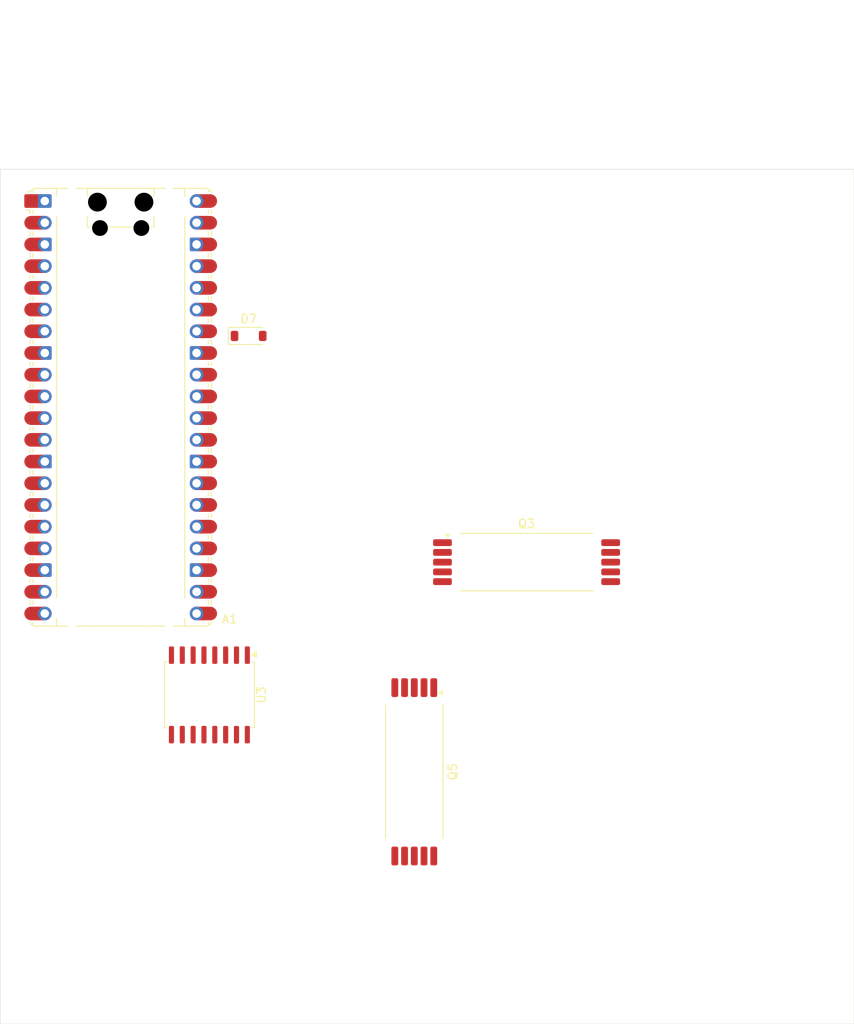
<source format=kicad_pcb>
(kicad_pcb (version 20241229) (generator "pcbnew") (generator_version "9.0")
  (layers (0 "F.Cu" signal) (2 "B.Cu" signal) (13 "F.Paste" user) (15 "B.Paste" user) (5 "F.SilkS" user "F.Silkscreen") (7 "B.SilkS" user "B.Silkscreen") (1 "F.Mask" user) (3 "B.Mask" user) (25 "Edge.Cuts" user))
  (net 0 "")
  (net 1 "+24V")
  (net 2 "GND")
  (net 13 "Net-(A1-RUN)")
  (net 28 "Net-(A1-VSYS)")
  (net 35 "Net-(D3-K)")
  (net 36 "Net-(D3-A)")
  (net 37 "Net-(D5-K)")
  (net 38 "Net-(D5-A)")
  (net 39 "+3V3")
  (net 40 "Net-(U3-DT)")
  (net 42 "+5V")
  (net 43 "GNDPWR")
  (net 44 "GPXX")
  (net 47 "Net-(Q3-D-Pad10)")
  (net 48 "Vdrive")
  (net 49 "Net-(Q5-DS)")
  (net 50 "Net-(D8-K)")
  (footprint "Diode_SMD:D_SOD-123" (layer "F.Cu") (at 169.095 71.505)
    (property "Reference" "D7" (at 0 -2 0) (layer "F.SilkS"))
    (property "Value" "1N4148W")
    (fp_line (start -2.36 -1) (end -2.36 1) (stroke (width 0.12)) (layer "F.SilkS"))
    (fp_line (start -2.36 -1) (end 1.65 -1) (stroke (width 0.12)) (layer "F.SilkS"))
    (fp_line (start -2.36 1) (end 1.65 1) (stroke (width 0.12)) (layer "F.SilkS"))
    (pad "1" smd roundrect (at -1.65 0) (size 0.9 1.2) (layers "F.Cu" "F.Mask" "F.Paste") (net 28 "Net-(A1-VSYS)"))
    (pad "2" smd roundrect (at 1.65 0) (size 0.9 1.2) (layers "F.Cu" "F.Mask" "F.Paste") (net 39 "+3V3"))
  )
  (footprint "Package_TO_SOT_SMD:Infineon_PG-HDSOP-10-1" (layer "F.Cu") (at 201.65 97.97)
    (property "Reference" "Q3" (at 0 -4.5 0) (layer "F.SilkS"))
    (property "Value" "IPDD60R037CM8XTMA1")
    (fp_line (start -7.81 -3.36) (end 7.81 -3.36) (stroke (width 0.12)) (layer "F.SilkS"))
    (fp_line (start -7.81 3.36) (end 7.81 3.36) (stroke (width 0.12)) (layer "F.SilkS"))
    (fp_poly (pts (xy -9.25 -2.94) (xy -9.01 -3.27) (xy -9.49 -3.27) (xy -9.25 -2.94)) (stroke (width 0.12)) (fill yes) (layer "F.SilkS"))
    (pad "1" smd roundrect (at -9.85 -2.28) (size 2.2 0.8) (layers "F.Cu" "F.Mask" "F.Paste") (net 38 "Net-(D5-A)"))
    (pad "2" smd roundrect (at -9.85 -1.14) (size 2.2 0.8) (layers "F.Cu" "F.Mask" "F.Paste") (net 43 "GNDPWR"))
    (pad "3" smd roundrect (at -9.85 0) (size 2.2 0.8) (layers "F.Cu" "F.Mask" "F.Paste") (net 43 "GNDPWR"))
    (pad "4" smd roundrect (at -9.85 1.14) (size 2.2 0.8) (layers "F.Cu" "F.Mask" "F.Paste") (net 43 "GNDPWR"))
    (pad "5" smd roundrect (at -9.85 2.28) (size 2.2 0.8) (layers "F.Cu" "F.Mask" "F.Paste") (net 43 "GNDPWR"))
    (pad "6" smd roundrect (at 9.85 2.28) (size 2.2 0.8) (layers "F.Cu" "F.Mask" "F.Paste") (net 47 "Net-(Q3-D-Pad10)"))
    (pad "7" smd roundrect (at 9.85 1.14) (size 2.2 0.8) (layers "F.Cu" "F.Mask" "F.Paste") (net 47 "Net-(Q3-D-Pad10)"))
    (pad "8" smd roundrect (at 9.85 0) (size 2.2 0.8) (layers "F.Cu" "F.Mask" "F.Paste") (net 47 "Net-(Q3-D-Pad10)"))
    (pad "9" smd roundrect (at 9.85 -1.14) (size 2.2 0.8) (layers "F.Cu" "F.Mask" "F.Paste") (net 47 "Net-(Q3-D-Pad10)"))
    (pad "10" smd roundrect (at 9.85 -2.28) (size 2.2 0.8) (layers "F.Cu" "F.Mask" "F.Paste") (net 47 "Net-(Q3-D-Pad10)"))
  )
  (footprint "Module:RaspberryPi_Pico_Common_Unspecified" (layer "F.Cu") (at 154.11 79.85)
    (property "Reference" "A1" (at 11.7475 24.765 0) (layer "F.SilkS") (effects (justify left)))
    (property "Value" "RaspberryPi_Pico")
    (fp_line (start -10.61 -23.07) (end -11.09 -23.07) (stroke (width 0.12)) (layer "F.SilkS"))
    (fp_line (start -10.61 -23.07) (end -10.61 -22.65) (stroke (width 0.12)) (layer "F.SilkS"))
    (fp_line (start -10.61 -20.53) (end -10.61 -20.11) (stroke (width 0.12)) (layer "F.SilkS"))
    (fp_line (start -10.61 -17.99) (end -10.61 -17.57) (stroke (width 0.12)) (layer "F.SilkS"))
    (fp_line (start -10.61 -15.45) (end -10.61 -15.03) (stroke (width 0.12)) (layer "F.SilkS"))
    (fp_line (start -10.61 -12.91) (end -10.61 -12.49) (stroke (width 0.12)) (layer "F.SilkS"))
    (fp_line (start -10.61 -10.37) (end -10.61 -9.95) (stroke (width 0.12)) (layer "F.SilkS"))
    (fp_line (start -10.61 -7.83) (end -10.61 -7.41) (stroke (width 0.12)) (layer "F.SilkS"))
    (fp_line (start -10.61 -5.29) (end -10.61 -4.87) (stroke (width 0.12)) (layer "F.SilkS"))
    (fp_line (start -10.61 -2.75) (end -10.61 -2.33) (stroke (width 0.12)) (layer "F.SilkS"))
    (fp_line (start -10.61 -0.21) (end -10.61 0.21) (stroke (width 0.12)) (layer "F.SilkS"))
    (fp_line (start -10.61 2.33) (end -10.61 2.75) (stroke (width 0.12)) (layer "F.SilkS"))
    (fp_line (start -10.61 4.87) (end -10.61 5.29) (stroke (width 0.12)) (layer "F.SilkS"))
    (fp_line (start -10.61 7.41) (end -10.61 7.83) (stroke (width 0.12)) (layer "F.SilkS"))
    (fp_line (start -10.61 9.95) (end -10.61 10.37) (stroke (width 0.12)) (layer "F.SilkS"))
    (fp_line (start -10.61 12.49) (end -10.61 12.91) (stroke (width 0.12)) (layer "F.SilkS"))
    (fp_line (start -10.61 15.03) (end -10.61 15.45) (stroke (width 0.12)) (layer "F.SilkS"))
    (fp_line (start -10.61 17.57) (end -10.61 17.99) (stroke (width 0.12)) (layer "F.SilkS"))
    (fp_line (start -10.61 20.11) (end -10.61 20.53) (stroke (width 0.12)) (layer "F.SilkS"))
    (fp_line (start -10.61 22.65) (end -10.61 23.07) (stroke (width 0.12)) (layer "F.SilkS"))
    (fp_line (start -10.579676 -25.19) (end -11.09 -25.19) (stroke (width 0.12)) (layer "F.SilkS"))
    (fp_line (start -10.27 -25.189937) (end -10.27 -25.547) (stroke (width 0.12)) (layer "F.SilkS"))
    (fp_line (start -10.27 -23.07) (end -10.27 -22.65) (stroke (width 0.12)) (layer "F.SilkS"))
    (fp_line (start -10.27 -20.53) (end -10.27 -20.11) (stroke (width 0.12)) (layer "F.SilkS"))
    (fp_line (start -10.27 -17.99) (end -10.27 -17.57) (stroke (width 0.12)) (layer "F.SilkS"))
    (fp_line (start -10.27 -15.45) (end -10.27 -15.03) (stroke (width 0.12)) (layer "F.SilkS"))
    (fp_line (start -10.27 -12.91) (end -10.27 -12.49) (stroke (width 0.12)) (layer "F.SilkS"))
    (fp_line (start -10.27 -10.37) (end -10.27 -9.95) (stroke (width 0.12)) (layer "F.SilkS"))
    (fp_line (start -10.27 -7.83) (end -10.27 -7.41) (stroke (width 0.12)) (layer "F.SilkS"))
    (fp_line (start -10.27 -5.29) (end -10.27 -4.87) (stroke (width 0.12)) (layer "F.SilkS"))
    (fp_line (start -10.27 -2.75) (end -10.27 -2.33) (stroke (width 0.12)) (layer "F.SilkS"))
    (fp_line (start -10.27 -0.21) (end -10.27 0.21) (stroke (width 0.12)) (layer "F.SilkS"))
    (fp_line (start -10.27 2.33) (end -10.27 2.75) (stroke (width 0.12)) (layer "F.SilkS"))
    (fp_line (start -10.27 4.87) (end -10.27 5.29) (stroke (width 0.12)) (layer "F.SilkS"))
    (fp_line (start -10.27 7.41) (end -10.27 7.83) (stroke (width 0.12)) (layer "F.SilkS"))
    (fp_line (start -10.27 9.95) (end -10.27 10.37) (stroke (width 0.12)) (layer "F.SilkS"))
    (fp_line (start -10.27 12.49) (end -10.27 12.91) (stroke (width 0.12)) (layer "F.SilkS"))
    (fp_line (start -10.27 15.03) (end -10.27 15.45) (stroke (width 0.12)) (layer "F.SilkS"))
    (fp_line (start -10.27 17.57) (end -10.27 17.99) (stroke (width 0.12)) (layer "F.SilkS"))
    (fp_line (start -10.27 20.11) (end -10.27 20.53) (stroke (width 0.12)) (layer "F.SilkS"))
    (fp_line (start -10.27 22.65) (end -10.27 23.07) (stroke (width 0.12)) (layer "F.SilkS"))
    (fp_line (start -10.27 25.189937) (end -10.27 25.547) (stroke (width 0.12)) (layer "F.SilkS"))
    (fp_line (start -10 -25.61) (end -7.51 -25.61) (stroke (width 0.12)) (layer "F.SilkS"))
    (fp_line (start -10 25.61) (end -6.162061 25.61) (stroke (width 0.12)) (layer "F.SilkS"))
    (fp_line (start -7.51 -25.61) (end -7.51 -24.69648) (stroke (width 0.12)) (layer "F.SilkS"))
    (fp_line (start -7.51 -25.61) (end -6.16206 -25.61) (stroke (width 0.12)) (layer "F.SilkS"))
    (fp_line (start -7.51 -22.30352) (end -7.51 22.30352) (stroke (width 0.12)) (layer "F.SilkS"))
    (fp_line (start -7.51 24.69648) (end -7.51 25.61) (stroke (width 0.12)) (layer "F.SilkS"))
    (fp_line (start -5.237939 -25.61) (end -4.235 -25.61) (stroke (width 0.12)) (layer "F.SilkS"))
    (fp_line (start -4.235 -25.61) (end 4.235 -25.61) (stroke (width 0.12)) (layer "F.SilkS"))
    (fp_line (start -3.9 -25.61) (end -3.9 -24.694) (stroke (width 0.12)) (layer "F.SilkS"))
    (fp_line (start -3.9 -22.306) (end -3.9 -21.09) (stroke (width 0.12)) (layer "F.SilkS"))
    (fp_line (start -3.9 -21.09) (end -3.60391 -21.09) (stroke (width 0.12)) (layer "F.SilkS"))
    (fp_line (start -3.6 25.61) (end -5.237939 25.61) (stroke (width 0.12)) (layer "F.SilkS"))
    (fp_line (start -1.24609 -21.09) (end 1.24609 -21.09) (stroke (width 0.12)) (layer "F.SilkS"))
    (fp_line (start 3.6 25.61) (end -3.6 25.61) (stroke (width 0.12)) (layer "F.SilkS"))
    (fp_line (start 3.60391 -21.09) (end 3.9 -21.09) (stroke (width 0.12)) (layer "F.SilkS"))
    (fp_line (start 3.9 -25.61) (end 3.9 -24.694) (stroke (width 0.12)) (layer "F.SilkS"))
    (fp_line (start 3.9 -22.306) (end 3.9 -21.09) (stroke (width 0.12)) (layer "F.SilkS"))
    (fp_line (start 4.235 -25.61) (end 5.237939 -25.61) (stroke (width 0.12)) (layer "F.SilkS"))
    (fp_line (start 5.237939 25.61) (end 3.6 25.61) (stroke (width 0.12)) (layer "F.SilkS"))
    (fp_line (start 6.162061 -25.61) (end 7.51 -25.61) (stroke (width 0.12)) (layer "F.SilkS"))
    (fp_line (start 6.162061 25.61) (end 10 25.61) (stroke (width 0.12)) (layer "F.SilkS"))
    (fp_line (start 7.51 -25.61) (end 7.51 -24.69648) (stroke (width 0.12)) (layer "F.SilkS"))
    (fp_line (start 7.51 -22.30352) (end 7.51 22.30352) (stroke (width 0.12)) (layer "F.SilkS"))
    (fp_line (start 7.51 24.69648) (end 7.51 25.61) (stroke (width 0.12)) (layer "F.SilkS"))
    (fp_line (start 10 -25.61) (end 7.51 -25.61) (stroke (width 0.12)) (layer "F.SilkS"))
    (fp_line (start 10.27 -25.189937) (end 10.27 -25.547) (stroke (width 0.12)) (layer "F.SilkS"))
    (fp_line (start 10.27 -23.07) (end 10.27 -22.65) (stroke (width 0.12)) (layer "F.SilkS"))
    (fp_line (start 10.27 -20.53) (end 10.27 -20.11) (stroke (width 0.12)) (layer "F.SilkS"))
    (fp_line (start 10.27 -17.99) (end 10.27 -17.57) (stroke (width 0.12)) (layer "F.SilkS"))
    (fp_line (start 10.27 -15.45) (end 10.27 -15.03) (stroke (width 0.12)) (layer "F.SilkS"))
    (fp_line (start 10.27 -12.91) (end 10.27 -12.49) (stroke (width 0.12)) (layer "F.SilkS"))
    (fp_line (start 10.27 -10.37) (end 10.27 -9.95) (stroke (width 0.12)) (layer "F.SilkS"))
    (fp_line (start 10.27 -7.83) (end 10.27 -7.41) (stroke (width 0.12)) (layer "F.SilkS"))
    (fp_line (start 10.27 -5.29) (end 10.27 -4.87) (stroke (width 0.12)) (layer "F.SilkS"))
    (fp_line (start 10.27 -2.75) (end 10.27 -2.33) (stroke (width 0.12)) (layer "F.SilkS"))
    (fp_line (start 10.27 -0.21) (end 10.27 0.21) (stroke (width 0.12)) (layer "F.SilkS"))
    (fp_line (start 10.27 2.33) (end 10.27 2.75) (stroke (width 0.12)) (layer "F.SilkS"))
    (fp_line (start 10.27 4.87) (end 10.27 5.29) (stroke (width 0.12)) (layer "F.SilkS"))
    (fp_line (start 10.27 7.41) (end 10.27 7.83) (stroke (width 0.12)) (layer "F.SilkS"))
    (fp_line (start 10.27 9.95) (end 10.27 10.37) (stroke (width 0.12)) (layer "F.SilkS"))
    (fp_line (start 10.27 12.49) (end 10.27 12.91) (stroke (width 0.12)) (layer "F.SilkS"))
    (fp_line (start 10.27 15.03) (end 10.27 15.45) (stroke (width 0.12)) (layer "F.SilkS"))
    (fp_line (start 10.27 17.57) (end 10.27 17.99) (stroke (width 0.12)) (layer "F.SilkS"))
    (fp_line (start 10.27 20.11) (end 10.27 20.53) (stroke (width 0.12)) (layer "F.SilkS"))
    (fp_line (start 10.27 22.65) (end 10.27 23.07) (stroke (width 0.12)) (layer "F.SilkS"))
    (fp_line (start 10.27 25.189937) (end 10.27 25.547) (stroke (width 0.12)) (layer "F.SilkS"))
    (fp_line (start 10.61 -23.07) (end 10.61 -22.65) (stroke (width 0.12)) (layer "F.SilkS"))
    (fp_line (start 10.61 -20.53) (end 10.61 -20.11) (stroke (width 0.12)) (layer "F.SilkS"))
    (fp_line (start 10.61 -17.99) (end 10.61 -17.57) (stroke (width 0.12)) (layer "F.SilkS"))
    (fp_line (start 10.61 -15.45) (end 10.61 -15.03) (stroke (width 0.12)) (layer "F.SilkS"))
    (fp_line (start 10.61 -12.91) (end 10.61 -12.49) (stroke (width 0.12)) (layer "F.SilkS"))
    (fp_line (start 10.61 -10.37) (end 10.61 -9.95) (stroke (width 0.12)) (layer "F.SilkS"))
    (fp_line (start 10.61 -7.83) (end 10.61 -7.41) (stroke (width 0.12)) (layer "F.SilkS"))
    (fp_line (start 10.61 -5.29) (end 10.61 -4.87) (stroke (width 0.12)) (layer "F.SilkS"))
    (fp_line (start 10.61 -2.75) (end 10.61 -2.33) (stroke (width 0.12)) (layer "F.SilkS"))
    (fp_line (start 10.61 -0.21) (end 10.61 0.21) (stroke (width 0.12)) (layer "F.SilkS"))
    (fp_line (start 10.61 2.33) (end 10.61 2.75) (stroke (width 0.12)) (layer "F.SilkS"))
    (fp_line (start 10.61 4.87) (end 10.61 5.29) (stroke (width 0.12)) (layer "F.SilkS"))
    (fp_line (start 10.61 7.41) (end 10.61 7.83) (stroke (width 0.12)) (layer "F.SilkS"))
    (fp_line (start 10.61 9.95) (end 10.61 10.37) (stroke (width 0.12)) (layer "F.SilkS"))
    (fp_line (start 10.61 12.49) (end 10.61 12.91) (stroke (width 0.12)) (layer "F.SilkS"))
    (fp_line (start 10.61 15.03) (end 10.61 15.45) (stroke (width 0.12)) (layer "F.SilkS"))
    (fp_line (start 10.61 17.57) (end 10.61 17.99) (stroke (width 0.12)) (layer "F.SilkS"))
    (fp_line (start 10.61 20.11) (end 10.61 20.53) (stroke (width 0.12)) (layer "F.SilkS"))
    (fp_line (start 10.61 22.65) (end 10.61 23.07) (stroke (width 0.12)) (layer "F.SilkS"))
    (fp_arc (start -10.579676 -25.19) (mid -10.357938 -25.493944) (end -10 -25.61) (stroke (width 0.12)) (layer "F.SilkS"))
    (fp_arc (start -10 25.61) (mid -10.357937 25.493944) (end -10.579676 25.189937) (stroke (width 0.12)) (layer "F.SilkS"))
    (fp_arc (start 10 -25.61) (mid 10.357937 -25.493944) (end 10.579676 -25.189937) (stroke (width 0.12)) (layer "F.SilkS"))
    (fp_arc (start 10.579676 25.189937) (mid 10.357946 25.493957) (end 10 25.61) (stroke (width 0.12)) (layer "F.SilkS"))
    (pad "" np_thru_hole circle (at -2.725 -24) (size 2.2 2.2) (drill 2.2) (layers "*.Mask"))
    (pad "" np_thru_hole circle (at -2.425 -20.97) (size 1.85 1.85) (drill 1.85) (layers "*.Mask"))
    (pad "" np_thru_hole circle (at 2.425 -20.97) (size 1.85 1.85) (drill 1.85) (layers "*.Mask"))
    (pad "" np_thru_hole circle (at 2.725 -24) (size 2.2 2.2) (drill 2.2) (layers "*.Mask"))
    (pad "1" smd custom (at -9.69 -24.13) (size 1.6 0.8) (layers "F.Cu" "F.Mask") (options (clearance outline) (anchor rect)) (primitives (gr_circle (center 0.8 0) (end 1.6 0) (width 0) (fill yes)) (gr_poly (pts (xy -1.6 -0.6) (xy -1.6 0.6) (xy -1.4 0.8) (xy 0.8 0.8) (xy 0.8 -0.8) (xy -1.4 -0.8)) (width 0) (fill yes)) (gr_circle (center -1.4 -0.6) (end -1.2 -0.6) (width 0) (fill yes)) (gr_circle (center -1.4 0.6) (end -1.2 0.6) (width 0) (fill yes))))
    (pad "1" thru_hole roundrect (at -8.89 -24.13) (size 1.6 1.6) (drill 1) (layers "*.Cu" "*.Mask") (roundrect_rratio 0.125))
    (pad "2" smd roundrect (at -9.69 -21.59) (size 3.2 1.6) (layers "F.Cu" "F.Mask") (roundrect_rratio 0.5))
    (pad "2" thru_hole circle (at -8.89 -21.59) (size 1.6 1.6) (drill 1) (layers "*.Cu" "*.Mask"))
    (pad "3" smd custom (at -9.69 -19.05) (size 1.6 0.8) (layers "F.Cu" "F.Mask") (net 2 "GND") (options (clearance outline) (anchor rect)) (primitives (gr_circle (center -0.8 0) (end 0 0) (width 0) (fill yes)) (gr_poly (pts (xy 1.6 -0.6) (xy 1.6 0.6) (xy 1.4 0.8) (xy -0.8 0.8) (xy -0.8 -0.8) (xy 1.4 -0.8)) (width 0) (fill yes)) (gr_circle (center 1.4 -0.6) (end 1.6 -0.6) (width 0) (fill yes)) (gr_circle (center 1.4 0.6) (end 1.6 0.6) (width 0) (fill yes))))
    (pad "3" thru_hole custom (at -8.89 -19.05) (size 1.6 1.6) (drill 1) (layers "*.Cu" "*.Mask") (net 2 "GND") (options (clearance outline) (anchor circle)) (primitives (gr_poly (pts (xy 0.8 0.6) (xy 0.8 -0.6) (xy 0.6 -0.8) (xy 0 -0.8) (xy 0 0.8) (xy 0.6 0.8)) (width 0) (fill yes)) (gr_circle (center 0.6 0.6) (end 0.8 0.6) (width 0) (fill yes)) (gr_circle (center 0.6 -0.6) (end 0.8 -0.6) (width 0) (fill yes))))
    (pad "4" smd roundrect (at -9.69 -16.51) (size 3.2 1.6) (layers "F.Cu" "F.Mask") (roundrect_rratio 0.5))
    (pad "4" thru_hole circle (at -8.89 -16.51) (size 1.6 1.6) (drill 1) (layers "*.Cu" "*.Mask"))
    (pad "5" smd roundrect (at -9.69 -13.97) (size 3.2 1.6) (layers "F.Cu" "F.Mask") (roundrect_rratio 0.5))
    (pad "5" thru_hole circle (at -8.89 -13.97) (size 1.6 1.6) (drill 1) (layers "*.Cu" "*.Mask"))
    (pad "6" smd roundrect (at -9.69 -11.43) (size 3.2 1.6) (layers "F.Cu" "F.Mask") (roundrect_rratio 0.5))
    (pad "6" thru_hole circle (at -8.89 -11.43) (size 1.6 1.6) (drill 1) (layers "*.Cu" "*.Mask"))
    (pad "7" smd roundrect (at -9.69 -8.89) (size 3.2 1.6) (layers "F.Cu" "F.Mask") (roundrect_rratio 0.5))
    (pad "7" thru_hole circle (at -8.89 -8.89) (size 1.6 1.6) (drill 1) (layers "*.Cu" "*.Mask"))
    (pad "8" smd custom (at -9.69 -6.35) (size 1.6 0.8) (layers "F.Cu" "F.Mask") (net 2 "GND") (options (clearance outline) (anchor rect)) (primitives (gr_circle (center -0.8 0) (end 0 0) (width 0) (fill yes)) (gr_poly (pts (xy 1.6 -0.6) (xy 1.6 0.6) (xy 1.4 0.8) (xy -0.8 0.8) (xy -0.8 -0.8) (xy 1.4 -0.8)) (width 0) (fill yes)) (gr_circle (center 1.4 -0.6) (end 1.6 -0.6) (width 0) (fill yes)) (gr_circle (center 1.4 0.6) (end 1.6 0.6) (width 0) (fill yes))))
    (pad "8" thru_hole custom (at -8.89 -6.35) (size 1.6 1.6) (drill 1) (layers "*.Cu" "*.Mask") (net 2 "GND") (options (clearance outline) (anchor circle)) (primitives (gr_poly (pts (xy 0.8 0.6) (xy 0.8 -0.6) (xy 0.6 -0.8) (xy 0 -0.8) (xy 0 0.8) (xy 0.6 0.8)) (width 0) (fill yes)) (gr_circle (center 0.6 0.6) (end 0.8 0.6) (width 0) (fill yes)) (gr_circle (center 0.6 -0.6) (end 0.8 -0.6) (width 0) (fill yes))))
    (pad "9" smd roundrect (at -9.69 -3.81) (size 3.2 1.6) (layers "F.Cu" "F.Mask") (roundrect_rratio 0.5))
    (pad "9" thru_hole circle (at -8.89 -3.81) (size 1.6 1.6) (drill 1) (layers "*.Cu" "*.Mask"))
    (pad "10" smd roundrect (at -9.69 -1.27) (size 3.2 1.6) (layers "F.Cu" "F.Mask") (roundrect_rratio 0.5))
    (pad "10" thru_hole circle (at -8.89 -1.27) (size 1.6 1.6) (drill 1) (layers "*.Cu" "*.Mask"))
    (pad "11" smd roundrect (at -9.69 1.27) (size 3.2 1.6) (layers "F.Cu" "F.Mask") (roundrect_rratio 0.5))
    (pad "11" thru_hole circle (at -8.89 1.27) (size 1.6 1.6) (drill 1) (layers "*.Cu" "*.Mask"))
    (pad "12" smd roundrect (at -9.69 3.81) (size 3.2 1.6) (layers "F.Cu" "F.Mask") (roundrect_rratio 0.5))
    (pad "12" thru_hole circle (at -8.89 3.81) (size 1.6 1.6) (drill 1) (layers "*.Cu" "*.Mask"))
    (pad "13" smd custom (at -9.69 6.35) (size 1.6 0.8) (layers "F.Cu" "F.Mask") (net 2 "GND") (options (clearance outline) (anchor rect)) (primitives (gr_circle (center -0.8 0) (end 0 0) (width 0) (fill yes)) (gr_poly (pts (xy 1.6 -0.6) (xy 1.6 0.6) (xy 1.4 0.8) (xy -0.8 0.8) (xy -0.8 -0.8) (xy 1.4 -0.8)) (width 0) (fill yes)) (gr_circle (center 1.4 -0.6) (end 1.6 -0.6) (width 0) (fill yes)) (gr_circle (center 1.4 0.6) (end 1.6 0.6) (width 0) (fill yes))))
    (pad "13" thru_hole custom (at -8.89 6.35) (size 1.6 1.6) (drill 1) (layers "*.Cu" "*.Mask") (net 2 "GND") (options (clearance outline) (anchor circle)) (primitives (gr_poly (pts (xy 0.8 0.6) (xy 0.8 -0.6) (xy 0.6 -0.8) (xy 0 -0.8) (xy 0 0.8) (xy 0.6 0.8)) (width 0) (fill yes)) (gr_circle (center 0.6 0.6) (end 0.8 0.6) (width 0) (fill yes)) (gr_circle (center 0.6 -0.6) (end 0.8 -0.6) (width 0) (fill yes))))
    (pad "14" smd roundrect (at -9.69 8.89) (size 3.2 1.6) (layers "F.Cu" "F.Mask") (roundrect_rratio 0.5))
    (pad "14" thru_hole circle (at -8.89 8.89) (size 1.6 1.6) (drill 1) (layers "*.Cu" "*.Mask"))
    (pad "15" smd roundrect (at -9.69 11.43) (size 3.2 1.6) (layers "F.Cu" "F.Mask") (roundrect_rratio 0.5))
    (pad "15" thru_hole circle (at -8.89 11.43) (size 1.6 1.6) (drill 1) (layers "*.Cu" "*.Mask"))
    (pad "16" smd roundrect (at -9.69 13.97) (size 3.2 1.6) (layers "F.Cu" "F.Mask") (roundrect_rratio 0.5))
    (pad "16" thru_hole circle (at -8.89 13.97) (size 1.6 1.6) (drill 1) (layers "*.Cu" "*.Mask"))
    (pad "17" smd roundrect (at -9.69 16.51) (size 3.2 1.6) (layers "F.Cu" "F.Mask") (roundrect_rratio 0.5))
    (pad "17" thru_hole circle (at -8.89 16.51) (size 1.6 1.6) (drill 1) (layers "*.Cu" "*.Mask"))
    (pad "18" smd custom (at -9.69 19.05) (size 1.6 0.8) (layers "F.Cu" "F.Mask") (net 2 "GND") (options (clearance outline) (anchor rect)) (primitives (gr_circle (center -0.8 0) (end 0 0) (width 0) (fill yes)) (gr_poly (pts (xy 1.6 -0.6) (xy 1.6 0.6) (xy 1.4 0.8) (xy -0.8 0.8) (xy -0.8 -0.8) (xy 1.4 -0.8)) (width 0) (fill yes)) (gr_circle (center 1.4 -0.6) (end 1.6 -0.6) (width 0) (fill yes)) (gr_circle (center 1.4 0.6) (end 1.6 0.6) (width 0) (fill yes))))
    (pad "18" thru_hole custom (at -8.89 19.05) (size 1.6 1.6) (drill 1) (layers "*.Cu" "*.Mask") (net 2 "GND") (options (clearance outline) (anchor circle)) (primitives (gr_poly (pts (xy 0.8 0.6) (xy 0.8 -0.6) (xy 0.6 -0.8) (xy 0 -0.8) (xy 0 0.8) (xy 0.6 0.8)) (width 0) (fill yes)) (gr_circle (center 0.6 0.6) (end 0.8 0.6) (width 0) (fill yes)) (gr_circle (center 0.6 -0.6) (end 0.8 -0.6) (width 0) (fill yes))))
    (pad "19" smd roundrect (at -9.69 21.59) (size 3.2 1.6) (layers "F.Cu" "F.Mask") (roundrect_rratio 0.5))
    (pad "19" thru_hole circle (at -8.89 21.59) (size 1.6 1.6) (drill 1) (layers "*.Cu" "*.Mask"))
    (pad "20" smd roundrect (at -9.69 24.13) (size 3.2 1.6) (layers "F.Cu" "F.Mask") (roundrect_rratio 0.5))
    (pad "20" thru_hole circle (at -8.89 24.13) (size 1.6 1.6) (drill 1) (layers "*.Cu" "*.Mask"))
    (pad "21" thru_hole circle (at 8.89 24.13) (size 1.6 1.6) (drill 1) (layers "*.Cu" "*.Mask"))
    (pad "21" smd roundrect (at 9.69 24.13) (size 3.2 1.6) (layers "F.Cu" "F.Mask") (roundrect_rratio 0.5))
    (pad "22" thru_hole circle (at 8.89 21.59) (size 1.6 1.6) (drill 1) (layers "*.Cu" "*.Mask"))
    (pad "22" smd roundrect (at 9.69 21.59) (size 3.2 1.6) (layers "F.Cu" "F.Mask") (roundrect_rratio 0.5))
    (pad "23" thru_hole custom (at 8.89 19.05) (size 1.6 1.6) (drill 1) (layers "*.Cu" "*.Mask") (net 2 "GND") (options (clearance outline) (anchor circle)) (primitives (gr_poly (pts (xy -0.8 0.6) (xy -0.8 -0.6) (xy -0.6 -0.8) (xy 0 -0.8) (xy 0 0.8) (xy -0.6 0.8)) (width 0) (fill yes)) (gr_circle (center -0.6 0.6) (end -0.4 0.6) (width 0) (fill yes)) (gr_circle (center -0.6 -0.6) (end -0.4 -0.6) (width 0) (fill yes))))
    (pad "23" smd custom (at 9.69 19.05) (size 1.6 0.8) (layers "F.Cu" "F.Mask") (net 2 "GND") (options (clearance outline) (anchor rect)) (primitives (gr_circle (center 0.8 0) (end 1.6 0) (width 0) (fill yes)) (gr_poly (pts (xy -1.6 -0.6) (xy -1.6 0.6) (xy -1.4 0.8) (xy 0.8 0.8) (xy 0.8 -0.8) (xy -1.4 -0.8)) (width 0) (fill yes)) (gr_circle (center -1.4 -0.6) (end -1.2 -0.6) (width 0) (fill yes)) (gr_circle (center -1.4 0.6) (end -1.2 0.6) (width 0) (fill yes))))
    (pad "24" thru_hole circle (at 8.89 16.51) (size 1.6 1.6) (drill 1) (layers "*.Cu" "*.Mask"))
    (pad "24" smd roundrect (at 9.69 16.51) (size 3.2 1.6) (layers "F.Cu" "F.Mask") (roundrect_rratio 0.5))
    (pad "25" thru_hole circle (at 8.89 13.97) (size 1.6 1.6) (drill 1) (layers "*.Cu" "*.Mask"))
    (pad "25" smd roundrect (at 9.69 13.97) (size 3.2 1.6) (layers "F.Cu" "F.Mask") (roundrect_rratio 0.5))
    (pad "26" thru_hole circle (at 8.89 11.43) (size 1.6 1.6) (drill 1) (layers "*.Cu" "*.Mask"))
    (pad "26" smd roundrect (at 9.69 11.43) (size 3.2 1.6) (layers "F.Cu" "F.Mask") (roundrect_rratio 0.5))
    (pad "27" thru_hole circle (at 8.89 8.89) (size 1.6 1.6) (drill 1) (layers "*.Cu" "*.Mask"))
    (pad "27" smd roundrect (at 9.69 8.89) (size 3.2 1.6) (layers "F.Cu" "F.Mask") (roundrect_rratio 0.5))
    (pad "28" thru_hole custom (at 8.89 6.35) (size 1.6 1.6) (drill 1) (layers "*.Cu" "*.Mask") (net 2 "GND") (options (clearance outline) (anchor circle)) (primitives (gr_poly (pts (xy -0.8 0.6) (xy -0.8 -0.6) (xy -0.6 -0.8) (xy 0 -0.8) (xy 0 0.8) (xy -0.6 0.8)) (width 0) (fill yes)) (gr_circle (center -0.6 0.6) (end -0.4 0.6) (width 0) (fill yes)) (gr_circle (center -0.6 -0.6) (end -0.4 -0.6) (width 0) (fill yes))))
    (pad "28" smd custom (at 9.69 6.35) (size 1.6 0.8) (layers "F.Cu" "F.Mask") (net 2 "GND") (options (clearance outline) (anchor rect)) (primitives (gr_circle (center 0.8 0) (end 1.6 0) (width 0) (fill yes)) (gr_poly (pts (xy -1.6 -0.6) (xy -1.6 0.6) (xy -1.4 0.8) (xy 0.8 0.8) (xy 0.8 -0.8) (xy -1.4 -0.8)) (width 0) (fill yes)) (gr_circle (center -1.4 -0.6) (end -1.2 -0.6) (width 0) (fill yes)) (gr_circle (center -1.4 0.6) (end -1.2 0.6) (width 0) (fill yes))))
    (pad "29" thru_hole circle (at 8.89 3.81) (size 1.6 1.6) (drill 1) (layers "*.Cu" "*.Mask"))
    (pad "29" smd roundrect (at 9.69 3.81) (size 3.2 1.6) (layers "F.Cu" "F.Mask") (roundrect_rratio 0.5))
    (pad "30" thru_hole circle (at 8.89 1.27) (size 1.6 1.6) (drill 1) (layers "*.Cu" "*.Mask") (net 13 "Net-(A1-RUN)"))
    (pad "30" smd roundrect (at 9.69 1.27) (size 3.2 1.6) (layers "F.Cu" "F.Mask") (roundrect_rratio 0.5) (net 13 "Net-(A1-RUN)"))
    (pad "31" thru_hole circle (at 8.89 -1.27) (size 1.6 1.6) (drill 1) (layers "*.Cu" "*.Mask"))
    (pad "31" smd roundrect (at 9.69 -1.27) (size 3.2 1.6) (layers "F.Cu" "F.Mask") (roundrect_rratio 0.5))
    (pad "32" thru_hole circle (at 8.89 -3.81) (size 1.6 1.6) (drill 1) (layers "*.Cu" "*.Mask"))
    (pad "32" smd roundrect (at 9.69 -3.81) (size 3.2 1.6) (layers "F.Cu" "F.Mask") (roundrect_rratio 0.5))
    (pad "33" thru_hole custom (at 8.89 -6.35) (size 1.6 1.6) (drill 1) (layers "*.Cu" "*.Mask") (net 2 "GND") (options (clearance outline) (anchor circle)) (primitives (gr_poly (pts (xy -0.8 0.6) (xy -0.8 -0.6) (xy -0.6 -0.8) (xy 0 -0.8) (xy 0 0.8) (xy -0.6 0.8)) (width 0) (fill yes)) (gr_circle (center -0.6 0.6) (end -0.4 0.6) (width 0) (fill yes)) (gr_circle (center -0.6 -0.6) (end -0.4 -0.6) (width 0) (fill yes))))
    (pad "33" smd custom (at 9.69 -6.35) (size 1.6 0.8) (layers "F.Cu" "F.Mask") (net 2 "GND") (options (clearance outline) (anchor rect)) (primitives (gr_circle (center 0.8 0) (end 1.6 0) (width 0) (fill yes)) (gr_poly (pts (xy -1.6 -0.6) (xy -1.6 0.6) (xy -1.4 0.8) (xy 0.8 0.8) (xy 0.8 -0.8) (xy -1.4 -0.8)) (width 0) (fill yes)) (gr_circle (center -1.4 -0.6) (end -1.2 -0.6) (width 0) (fill yes)) (gr_circle (center -1.4 0.6) (end -1.2 0.6) (width 0) (fill yes))))
    (pad "34" thru_hole circle (at 8.89 -8.89) (size 1.6 1.6) (drill 1) (layers "*.Cu" "*.Mask"))
    (pad "34" smd roundrect (at 9.69 -8.89) (size 3.2 1.6) (layers "F.Cu" "F.Mask") (roundrect_rratio 0.5))
    (pad "35" thru_hole circle (at 8.89 -11.43) (size 1.6 1.6) (drill 1) (layers "*.Cu" "*.Mask"))
    (pad "35" smd roundrect (at 9.69 -11.43) (size 3.2 1.6) (layers "F.Cu" "F.Mask") (roundrect_rratio 0.5))
    (pad "36" thru_hole circle (at 8.89 -13.97) (size 1.6 1.6) (drill 1) (layers "*.Cu" "*.Mask"))
    (pad "36" smd roundrect (at 9.69 -13.97) (size 3.2 1.6) (layers "F.Cu" "F.Mask") (roundrect_rratio 0.5))
    (pad "37" thru_hole circle (at 8.89 -16.51) (size 1.6 1.6) (drill 1) (layers "*.Cu" "*.Mask"))
    (pad "37" smd roundrect (at 9.69 -16.51) (size 3.2 1.6) (layers "F.Cu" "F.Mask") (roundrect_rratio 0.5))
    (pad "38" thru_hole custom (at 8.89 -19.05) (size 1.6 1.6) (drill 1) (layers "*.Cu" "*.Mask") (net 2 "GND") (options (clearance outline) (anchor circle)) (primitives (gr_poly (pts (xy -0.8 0.6) (xy -0.8 -0.6) (xy -0.6 -0.8) (xy 0 -0.8) (xy 0 0.8) (xy -0.6 0.8)) (width 0) (fill yes)) (gr_circle (center -0.6 0.6) (end -0.4 0.6) (width 0) (fill yes)) (gr_circle (center -0.6 -0.6) (end -0.4 -0.6) (width 0) (fill yes))))
    (pad "38" smd custom (at 9.69 -19.05) (size 1.6 0.8) (layers "F.Cu" "F.Mask") (net 2 "GND") (options (clearance outline) (anchor rect)) (primitives (gr_circle (center 0.8 0) (end 1.6 0) (width 0) (fill yes)) (gr_poly (pts (xy -1.6 -0.6) (xy -1.6 0.6) (xy -1.4 0.8) (xy 0.8 0.8) (xy 0.8 -0.8) (xy -1.4 -0.8)) (width 0) (fill yes)) (gr_circle (center -1.4 -0.6) (end -1.2 -0.6) (width 0) (fill yes)) (gr_circle (center -1.4 0.6) (end -1.2 0.6) (width 0) (fill yes))))
    (pad "39" thru_hole circle (at 8.89 -21.59) (size 1.6 1.6) (drill 1) (layers "*.Cu" "*.Mask") (net 28 "Net-(A1-VSYS)"))
    (pad "39" smd roundrect (at 9.69 -21.59) (size 3.2 1.6) (layers "F.Cu" "F.Mask") (roundrect_rratio 0.5) (net 28 "Net-(A1-VSYS)"))
    (pad "40" thru_hole circle (at 8.89 -24.13) (size 1.6 1.6) (drill 1) (layers "*.Cu" "*.Mask"))
    (pad "40" smd roundrect (at 9.69 -24.13) (size 3.2 1.6) (layers "F.Cu" "F.Mask") (roundrect_rratio 0.5))
  )
  (footprint "Package_SO:SOIC-16W_7.5x10.3mm_P1.27mm" (layer "F.Cu") (at 164.5 113.5 -90)
    (property "Reference" "U3" (at 0.000001 -6.099997 90) (layer "F.SilkS"))
    (property "Value" "UCC21520ADW")
    (fp_line (start -3.859994 5.260003) (end -3.860003 5.005002) (stroke (width 0.12)) (layer "F.SilkS"))
    (fp_line (start 3.86 5.260003) (end 3.860002 5.004998) (stroke (width 0.12)) (layer "F.SilkS"))
    (fp_line (start 0 5.26) (end -3.859994 5.260003) (stroke (width 0.12)) (layer "F.SilkS"))
    (fp_line (start 0 5.26) (end 3.86 5.260003) (stroke (width 0.12)) (layer "F.SilkS"))
    (fp_line (start 0 -5.26) (end -3.86 -5.260003) (stroke (width 0.12)) (layer "F.SilkS"))
    (fp_line (start 0 -5.26) (end 3.859994 -5.260003) (stroke (width 0.12)) (layer "F.SilkS"))
    (fp_line (start -3.86 -5.260003) (end -3.860002 -5.004998) (stroke (width 0.12)) (layer "F.SilkS"))
    (fp_line (start 3.859994 -5.260003) (end 3.860003 -5.005002) (stroke (width 0.12)) (layer "F.SilkS"))
    (fp_poly (pts (xy -4.7125 -5.005002) (xy -5.052504 -5.474998) (xy -4.372502 -5.474995)) (stroke (width 0.12)) (fill yes) (layer "F.SilkS"))
    (pad "1" smd roundrect (at -4.649999 -4.444994 270) (size 2.05 0.6) (layers "F.Cu" "F.Mask" "F.Paste") (net 44 "GPXX"))
    (pad "2" smd roundrect (at -4.649999 -3.175002 270) (size 2.05 0.6) (layers "F.Cu" "F.Mask" "F.Paste") (net 44 "GPXX"))
    (pad "3" smd roundrect (at -4.649994 -1.905 270) (size 2.05 0.6) (layers "F.Cu" "F.Mask" "F.Paste") (net 42 "+5V"))
    (pad "4" smd roundrect (at -4.649996 -0.635004 270) (size 2.05 0.6) (layers "F.Cu" "F.Mask" "F.Paste") (net 2 "GND"))
    (pad "5" smd roundrect (at -4.650004 0.634999 270) (size 2.05 0.6) (layers "F.Cu" "F.Mask" "F.Paste") (net 44 "GPXX"))
    (pad "6" smd roundrect (at -4.649999 1.904994 270) (size 2.05 0.6) (layers "F.Cu" "F.Mask" "F.Paste") (net 40 "Net-(U3-DT)"))
    (pad "7" smd roundrect (at -4.650001 3.175 270) (size 2.05 0.6) (layers "F.Cu" "F.Mask" "F.Paste"))
    (pad "8" smd roundrect (at -4.65 4.445 270) (size 2.05 0.6) (layers "F.Cu" "F.Mask" "F.Paste") (net 42 "+5V"))
    (pad "9" smd roundrect (at 4.649999 4.444994 270) (size 2.05 0.6) (layers "F.Cu" "F.Mask" "F.Paste") (net 43 "GNDPWR"))
    (pad "10" smd roundrect (at 4.649999 3.175002 270) (size 2.05 0.6) (layers "F.Cu" "F.Mask" "F.Paste") (net 37 "Net-(D5-K)"))
    (pad "11" smd roundrect (at 4.649994 1.905 270) (size 2.05 0.6) (layers "F.Cu" "F.Mask" "F.Paste") (net 1 "+24V"))
    (pad "12" smd roundrect (at 4.649996 0.635004 270) (size 2.05 0.6) (layers "F.Cu" "F.Mask" "F.Paste"))
    (pad "13" smd roundrect (at 4.650004 -0.634999 270) (size 2.05 0.6) (layers "F.Cu" "F.Mask" "F.Paste"))
    (pad "14" smd roundrect (at 4.649999 -1.904994 270) (size 2.05 0.6) (layers "F.Cu" "F.Mask" "F.Paste") (net 49 "Net-(Q5-DS)"))
    (pad "15" smd roundrect (at 4.650001 -3.175 270) (size 2.05 0.6) (layers "F.Cu" "F.Mask" "F.Paste") (net 35 "Net-(D3-K)"))
    (pad "16" smd roundrect (at 4.65 -4.445 270) (size 2.05 0.6) (layers "F.Cu" "F.Mask" "F.Paste") (net 50 "Net-(D8-K)"))
  )
  (footprint "Package_TO_SOT_SMD:Infineon_PG-HDSOP-10-1" (layer "F.Cu") (at 188.500001 122.500003 -90)
    (property "Reference" "Q5" (at -0.000002 -4.500001 90) (layer "F.SilkS"))
    (property "Value" "IPDD60R037CM8XTMA1")
    (fp_line (start -7.810004 3.36) (end 7.809998 3.36) (stroke (width 0.12)) (layer "F.SilkS"))
    (fp_line (start -7.809998 -3.36) (end 7.810004 -3.36) (stroke (width 0.12)) (layer "F.SilkS"))
    (fp_poly (pts (xy -9.249998 -2.940003) (xy -9.010006 -3.269997) (xy -9.489998 -3.270004) (xy -9.249998 -2.940003)) (stroke (width 0.12)) (fill yes) (layer "F.SilkS"))
    (pad "1" smd roundrect (at -9.850003 -2.280003 270) (size 2.2 0.8) (layers "F.Cu" "F.Mask" "F.Paste") (net 36 "Net-(D3-A)"))
    (pad "2" smd roundrect (at -9.850005 -1.140002 270) (size 2.2 0.8) (layers "F.Cu" "F.Mask" "F.Paste") (net 49 "Net-(Q5-DS)"))
    (pad "3" smd roundrect (at -9.850003 0.000001 270) (size 2.2 0.8) (layers "F.Cu" "F.Mask" "F.Paste") (net 47 "Net-(Q3-D-Pad10)"))
    (pad "4" smd roundrect (at -9.849997 1.140003 270) (size 2.2 0.8) (layers "F.Cu" "F.Mask" "F.Paste") (net 47 "Net-(Q3-D-Pad10)"))
    (pad "5" smd roundrect (at -9.849998 2.280002 270) (size 2.2 0.8) (layers "F.Cu" "F.Mask" "F.Paste") (net 47 "Net-(Q3-D-Pad10)"))
    (pad "6" smd roundrect (at 9.850003 2.280003 270) (size 2.2 0.8) (layers "F.Cu" "F.Mask" "F.Paste") (net 48 "Vdrive"))
    (pad "7" smd roundrect (at 9.850005 1.140002 270) (size 2.2 0.8) (layers "F.Cu" "F.Mask" "F.Paste") (net 48 "Vdrive"))
    (pad "8" smd roundrect (at 9.850003 -0.000001 270) (size 2.2 0.8) (layers "F.Cu" "F.Mask" "F.Paste") (net 48 "Vdrive"))
    (pad "9" smd roundrect (at 9.849997 -1.140003 270) (size 2.2 0.8) (layers "F.Cu" "F.Mask" "F.Paste") (net 48 "Vdrive"))
    (pad "10" smd roundrect (at 9.849998 -2.280002 270) (size 2.2 0.8) (layers "F.Cu" "F.Mask" "F.Paste") (net 48 "Vdrive"))
  )
  (gr_rect (start 140 52) (end 240 152) (stroke (width 0.05)) (fill no) (layer "Edge.Cuts"))
)
</source>
